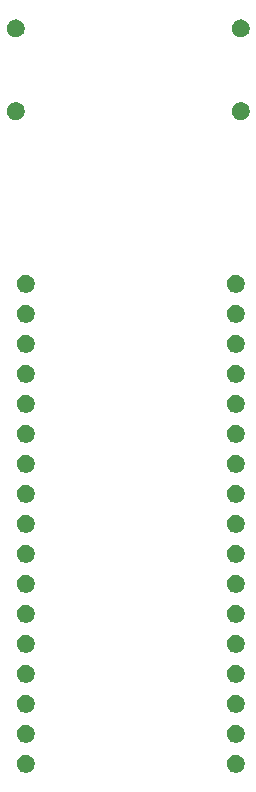
<source format=gbs>
G04 #@! TF.GenerationSoftware,KiCad,Pcbnew,5.0.1-33cea8e~68~ubuntu18.04.1*
G04 #@! TF.CreationDate,2018-10-28T17:00:29+09:00*
G04 #@! TF.ProjectId,pendant,70656E64616E742E6B696361645F7063,rev?*
G04 #@! TF.SameCoordinates,Original*
G04 #@! TF.FileFunction,Soldermask,Bot*
G04 #@! TF.FilePolarity,Negative*
%FSLAX46Y46*%
G04 Gerber Fmt 4.6, Leading zero omitted, Abs format (unit mm)*
G04 Created by KiCad (PCBNEW 5.0.1-33cea8e~68~ubuntu18.04.1) date 2018年10月28日 17時00分29秒*
%MOMM*%
%LPD*%
G01*
G04 APERTURE LIST*
%ADD10C,0.100000*%
G04 APERTURE END LIST*
D10*
G36*
X141988196Y-124352523D02*
X142037268Y-124362284D01*
X142175943Y-124419725D01*
X142300751Y-124503119D01*
X142406883Y-124609251D01*
X142490277Y-124734059D01*
X142547718Y-124872735D01*
X142577001Y-125019949D01*
X142577001Y-125170053D01*
X142547718Y-125317267D01*
X142490277Y-125455943D01*
X142406883Y-125580751D01*
X142300751Y-125686883D01*
X142300748Y-125686885D01*
X142175943Y-125770277D01*
X142037268Y-125827718D01*
X141988196Y-125837479D01*
X141890053Y-125857001D01*
X141739949Y-125857001D01*
X141641806Y-125837479D01*
X141592734Y-125827718D01*
X141454059Y-125770277D01*
X141329254Y-125686885D01*
X141329251Y-125686883D01*
X141223119Y-125580751D01*
X141139725Y-125455943D01*
X141082284Y-125317267D01*
X141053001Y-125170053D01*
X141053001Y-125019949D01*
X141082284Y-124872735D01*
X141139725Y-124734059D01*
X141223119Y-124609251D01*
X141329251Y-124503119D01*
X141454059Y-124419725D01*
X141592734Y-124362284D01*
X141641806Y-124352523D01*
X141739949Y-124333001D01*
X141890053Y-124333001D01*
X141988196Y-124352523D01*
X141988196Y-124352523D01*
G37*
G36*
X124208196Y-124352523D02*
X124257268Y-124362284D01*
X124395943Y-124419725D01*
X124520751Y-124503119D01*
X124626883Y-124609251D01*
X124710277Y-124734059D01*
X124767718Y-124872735D01*
X124797001Y-125019949D01*
X124797001Y-125170053D01*
X124767718Y-125317267D01*
X124710277Y-125455943D01*
X124626883Y-125580751D01*
X124520751Y-125686883D01*
X124520748Y-125686885D01*
X124395943Y-125770277D01*
X124257268Y-125827718D01*
X124208196Y-125837479D01*
X124110053Y-125857001D01*
X123959949Y-125857001D01*
X123861806Y-125837479D01*
X123812734Y-125827718D01*
X123674059Y-125770277D01*
X123549254Y-125686885D01*
X123549251Y-125686883D01*
X123443119Y-125580751D01*
X123359725Y-125455943D01*
X123302284Y-125317267D01*
X123273001Y-125170053D01*
X123273001Y-125019949D01*
X123302284Y-124872735D01*
X123359725Y-124734059D01*
X123443119Y-124609251D01*
X123549251Y-124503119D01*
X123674059Y-124419725D01*
X123812734Y-124362284D01*
X123861806Y-124352523D01*
X123959949Y-124333001D01*
X124110053Y-124333001D01*
X124208196Y-124352523D01*
X124208196Y-124352523D01*
G37*
G36*
X141988196Y-121812523D02*
X142037268Y-121822284D01*
X142175943Y-121879725D01*
X142300751Y-121963119D01*
X142406883Y-122069251D01*
X142490277Y-122194059D01*
X142547718Y-122332735D01*
X142577001Y-122479949D01*
X142577001Y-122630053D01*
X142547718Y-122777267D01*
X142490277Y-122915943D01*
X142406883Y-123040751D01*
X142300751Y-123146883D01*
X142300748Y-123146885D01*
X142175943Y-123230277D01*
X142037268Y-123287718D01*
X141988196Y-123297479D01*
X141890053Y-123317001D01*
X141739949Y-123317001D01*
X141641806Y-123297479D01*
X141592734Y-123287718D01*
X141454059Y-123230277D01*
X141329254Y-123146885D01*
X141329251Y-123146883D01*
X141223119Y-123040751D01*
X141139725Y-122915943D01*
X141082284Y-122777267D01*
X141053001Y-122630053D01*
X141053001Y-122479949D01*
X141082284Y-122332735D01*
X141139725Y-122194059D01*
X141223119Y-122069251D01*
X141329251Y-121963119D01*
X141454059Y-121879725D01*
X141592734Y-121822284D01*
X141641806Y-121812523D01*
X141739949Y-121793001D01*
X141890053Y-121793001D01*
X141988196Y-121812523D01*
X141988196Y-121812523D01*
G37*
G36*
X124208196Y-121812523D02*
X124257268Y-121822284D01*
X124395943Y-121879725D01*
X124520751Y-121963119D01*
X124626883Y-122069251D01*
X124710277Y-122194059D01*
X124767718Y-122332735D01*
X124797001Y-122479949D01*
X124797001Y-122630053D01*
X124767718Y-122777267D01*
X124710277Y-122915943D01*
X124626883Y-123040751D01*
X124520751Y-123146883D01*
X124520748Y-123146885D01*
X124395943Y-123230277D01*
X124257268Y-123287718D01*
X124208196Y-123297479D01*
X124110053Y-123317001D01*
X123959949Y-123317001D01*
X123861806Y-123297479D01*
X123812734Y-123287718D01*
X123674059Y-123230277D01*
X123549254Y-123146885D01*
X123549251Y-123146883D01*
X123443119Y-123040751D01*
X123359725Y-122915943D01*
X123302284Y-122777267D01*
X123273001Y-122630053D01*
X123273001Y-122479949D01*
X123302284Y-122332735D01*
X123359725Y-122194059D01*
X123443119Y-122069251D01*
X123549251Y-121963119D01*
X123674059Y-121879725D01*
X123812734Y-121822284D01*
X123861806Y-121812523D01*
X123959949Y-121793001D01*
X124110053Y-121793001D01*
X124208196Y-121812523D01*
X124208196Y-121812523D01*
G37*
G36*
X141988196Y-119272523D02*
X142037268Y-119282284D01*
X142175943Y-119339725D01*
X142300751Y-119423119D01*
X142406883Y-119529251D01*
X142490277Y-119654059D01*
X142547718Y-119792735D01*
X142577001Y-119939949D01*
X142577001Y-120090053D01*
X142547718Y-120237267D01*
X142490277Y-120375943D01*
X142406883Y-120500751D01*
X142300751Y-120606883D01*
X142300748Y-120606885D01*
X142175943Y-120690277D01*
X142037268Y-120747718D01*
X141988196Y-120757479D01*
X141890053Y-120777001D01*
X141739949Y-120777001D01*
X141641806Y-120757479D01*
X141592734Y-120747718D01*
X141454059Y-120690277D01*
X141329254Y-120606885D01*
X141329251Y-120606883D01*
X141223119Y-120500751D01*
X141139725Y-120375943D01*
X141082284Y-120237267D01*
X141053001Y-120090053D01*
X141053001Y-119939949D01*
X141082284Y-119792735D01*
X141139725Y-119654059D01*
X141223119Y-119529251D01*
X141329251Y-119423119D01*
X141454059Y-119339725D01*
X141592734Y-119282284D01*
X141641806Y-119272523D01*
X141739949Y-119253001D01*
X141890053Y-119253001D01*
X141988196Y-119272523D01*
X141988196Y-119272523D01*
G37*
G36*
X124208196Y-119272523D02*
X124257268Y-119282284D01*
X124395943Y-119339725D01*
X124520751Y-119423119D01*
X124626883Y-119529251D01*
X124710277Y-119654059D01*
X124767718Y-119792735D01*
X124797001Y-119939949D01*
X124797001Y-120090053D01*
X124767718Y-120237267D01*
X124710277Y-120375943D01*
X124626883Y-120500751D01*
X124520751Y-120606883D01*
X124520748Y-120606885D01*
X124395943Y-120690277D01*
X124257268Y-120747718D01*
X124208196Y-120757479D01*
X124110053Y-120777001D01*
X123959949Y-120777001D01*
X123861806Y-120757479D01*
X123812734Y-120747718D01*
X123674059Y-120690277D01*
X123549254Y-120606885D01*
X123549251Y-120606883D01*
X123443119Y-120500751D01*
X123359725Y-120375943D01*
X123302284Y-120237267D01*
X123273001Y-120090053D01*
X123273001Y-119939949D01*
X123302284Y-119792735D01*
X123359725Y-119654059D01*
X123443119Y-119529251D01*
X123549251Y-119423119D01*
X123674059Y-119339725D01*
X123812734Y-119282284D01*
X123861806Y-119272523D01*
X123959949Y-119253001D01*
X124110053Y-119253001D01*
X124208196Y-119272523D01*
X124208196Y-119272523D01*
G37*
G36*
X141988196Y-116732523D02*
X142037268Y-116742284D01*
X142175943Y-116799725D01*
X142300751Y-116883119D01*
X142406883Y-116989251D01*
X142490277Y-117114059D01*
X142547718Y-117252735D01*
X142577001Y-117399949D01*
X142577001Y-117550053D01*
X142547718Y-117697267D01*
X142490277Y-117835943D01*
X142406883Y-117960751D01*
X142300751Y-118066883D01*
X142300748Y-118066885D01*
X142175943Y-118150277D01*
X142037268Y-118207718D01*
X141988196Y-118217479D01*
X141890053Y-118237001D01*
X141739949Y-118237001D01*
X141641806Y-118217479D01*
X141592734Y-118207718D01*
X141454059Y-118150277D01*
X141329254Y-118066885D01*
X141329251Y-118066883D01*
X141223119Y-117960751D01*
X141139725Y-117835943D01*
X141082284Y-117697267D01*
X141053001Y-117550053D01*
X141053001Y-117399949D01*
X141082284Y-117252735D01*
X141139725Y-117114059D01*
X141223119Y-116989251D01*
X141329251Y-116883119D01*
X141454059Y-116799725D01*
X141592734Y-116742284D01*
X141641806Y-116732523D01*
X141739949Y-116713001D01*
X141890053Y-116713001D01*
X141988196Y-116732523D01*
X141988196Y-116732523D01*
G37*
G36*
X124208196Y-116732523D02*
X124257268Y-116742284D01*
X124395943Y-116799725D01*
X124520751Y-116883119D01*
X124626883Y-116989251D01*
X124710277Y-117114059D01*
X124767718Y-117252735D01*
X124797001Y-117399949D01*
X124797001Y-117550053D01*
X124767718Y-117697267D01*
X124710277Y-117835943D01*
X124626883Y-117960751D01*
X124520751Y-118066883D01*
X124520748Y-118066885D01*
X124395943Y-118150277D01*
X124257268Y-118207718D01*
X124208196Y-118217479D01*
X124110053Y-118237001D01*
X123959949Y-118237001D01*
X123861806Y-118217479D01*
X123812734Y-118207718D01*
X123674059Y-118150277D01*
X123549254Y-118066885D01*
X123549251Y-118066883D01*
X123443119Y-117960751D01*
X123359725Y-117835943D01*
X123302284Y-117697267D01*
X123273001Y-117550053D01*
X123273001Y-117399949D01*
X123302284Y-117252735D01*
X123359725Y-117114059D01*
X123443119Y-116989251D01*
X123549251Y-116883119D01*
X123674059Y-116799725D01*
X123812734Y-116742284D01*
X123861806Y-116732523D01*
X123959949Y-116713001D01*
X124110053Y-116713001D01*
X124208196Y-116732523D01*
X124208196Y-116732523D01*
G37*
G36*
X141988196Y-114192523D02*
X142037268Y-114202284D01*
X142175943Y-114259725D01*
X142300751Y-114343119D01*
X142406883Y-114449251D01*
X142490277Y-114574059D01*
X142547718Y-114712735D01*
X142577001Y-114859949D01*
X142577001Y-115010053D01*
X142547718Y-115157267D01*
X142490277Y-115295943D01*
X142406883Y-115420751D01*
X142300751Y-115526883D01*
X142300748Y-115526885D01*
X142175943Y-115610277D01*
X142037268Y-115667718D01*
X141988196Y-115677479D01*
X141890053Y-115697001D01*
X141739949Y-115697001D01*
X141641806Y-115677479D01*
X141592734Y-115667718D01*
X141454059Y-115610277D01*
X141329254Y-115526885D01*
X141329251Y-115526883D01*
X141223119Y-115420751D01*
X141139725Y-115295943D01*
X141082284Y-115157267D01*
X141053001Y-115010053D01*
X141053001Y-114859949D01*
X141082284Y-114712735D01*
X141139725Y-114574059D01*
X141223119Y-114449251D01*
X141329251Y-114343119D01*
X141454059Y-114259725D01*
X141592734Y-114202284D01*
X141641806Y-114192523D01*
X141739949Y-114173001D01*
X141890053Y-114173001D01*
X141988196Y-114192523D01*
X141988196Y-114192523D01*
G37*
G36*
X124208196Y-114192523D02*
X124257268Y-114202284D01*
X124395943Y-114259725D01*
X124520751Y-114343119D01*
X124626883Y-114449251D01*
X124710277Y-114574059D01*
X124767718Y-114712735D01*
X124797001Y-114859949D01*
X124797001Y-115010053D01*
X124767718Y-115157267D01*
X124710277Y-115295943D01*
X124626883Y-115420751D01*
X124520751Y-115526883D01*
X124520748Y-115526885D01*
X124395943Y-115610277D01*
X124257268Y-115667718D01*
X124208196Y-115677479D01*
X124110053Y-115697001D01*
X123959949Y-115697001D01*
X123861806Y-115677479D01*
X123812734Y-115667718D01*
X123674059Y-115610277D01*
X123549254Y-115526885D01*
X123549251Y-115526883D01*
X123443119Y-115420751D01*
X123359725Y-115295943D01*
X123302284Y-115157267D01*
X123273001Y-115010053D01*
X123273001Y-114859949D01*
X123302284Y-114712735D01*
X123359725Y-114574059D01*
X123443119Y-114449251D01*
X123549251Y-114343119D01*
X123674059Y-114259725D01*
X123812734Y-114202284D01*
X123861806Y-114192523D01*
X123959949Y-114173001D01*
X124110053Y-114173001D01*
X124208196Y-114192523D01*
X124208196Y-114192523D01*
G37*
G36*
X141988196Y-111652523D02*
X142037268Y-111662284D01*
X142175943Y-111719725D01*
X142300751Y-111803119D01*
X142406883Y-111909251D01*
X142490277Y-112034059D01*
X142547718Y-112172735D01*
X142577001Y-112319949D01*
X142577001Y-112470053D01*
X142547718Y-112617267D01*
X142490277Y-112755943D01*
X142406883Y-112880751D01*
X142300751Y-112986883D01*
X142300748Y-112986885D01*
X142175943Y-113070277D01*
X142037268Y-113127718D01*
X141988196Y-113137479D01*
X141890053Y-113157001D01*
X141739949Y-113157001D01*
X141641806Y-113137479D01*
X141592734Y-113127718D01*
X141454059Y-113070277D01*
X141329254Y-112986885D01*
X141329251Y-112986883D01*
X141223119Y-112880751D01*
X141139725Y-112755943D01*
X141082284Y-112617267D01*
X141053001Y-112470053D01*
X141053001Y-112319949D01*
X141082284Y-112172735D01*
X141139725Y-112034059D01*
X141223119Y-111909251D01*
X141329251Y-111803119D01*
X141454059Y-111719725D01*
X141592734Y-111662284D01*
X141641806Y-111652523D01*
X141739949Y-111633001D01*
X141890053Y-111633001D01*
X141988196Y-111652523D01*
X141988196Y-111652523D01*
G37*
G36*
X124208196Y-111652523D02*
X124257268Y-111662284D01*
X124395943Y-111719725D01*
X124520751Y-111803119D01*
X124626883Y-111909251D01*
X124710277Y-112034059D01*
X124767718Y-112172735D01*
X124797001Y-112319949D01*
X124797001Y-112470053D01*
X124767718Y-112617267D01*
X124710277Y-112755943D01*
X124626883Y-112880751D01*
X124520751Y-112986883D01*
X124520748Y-112986885D01*
X124395943Y-113070277D01*
X124257268Y-113127718D01*
X124208196Y-113137479D01*
X124110053Y-113157001D01*
X123959949Y-113157001D01*
X123861806Y-113137479D01*
X123812734Y-113127718D01*
X123674059Y-113070277D01*
X123549254Y-112986885D01*
X123549251Y-112986883D01*
X123443119Y-112880751D01*
X123359725Y-112755943D01*
X123302284Y-112617267D01*
X123273001Y-112470053D01*
X123273001Y-112319949D01*
X123302284Y-112172735D01*
X123359725Y-112034059D01*
X123443119Y-111909251D01*
X123549251Y-111803119D01*
X123674059Y-111719725D01*
X123812734Y-111662284D01*
X123861806Y-111652523D01*
X123959949Y-111633001D01*
X124110053Y-111633001D01*
X124208196Y-111652523D01*
X124208196Y-111652523D01*
G37*
G36*
X141988196Y-109112523D02*
X142037268Y-109122284D01*
X142175943Y-109179725D01*
X142300751Y-109263119D01*
X142406883Y-109369251D01*
X142490277Y-109494059D01*
X142547718Y-109632735D01*
X142577001Y-109779949D01*
X142577001Y-109930053D01*
X142547718Y-110077267D01*
X142490277Y-110215943D01*
X142406883Y-110340751D01*
X142300751Y-110446883D01*
X142300748Y-110446885D01*
X142175943Y-110530277D01*
X142037268Y-110587718D01*
X141988196Y-110597479D01*
X141890053Y-110617001D01*
X141739949Y-110617001D01*
X141641806Y-110597479D01*
X141592734Y-110587718D01*
X141454059Y-110530277D01*
X141329254Y-110446885D01*
X141329251Y-110446883D01*
X141223119Y-110340751D01*
X141139725Y-110215943D01*
X141082284Y-110077267D01*
X141053001Y-109930053D01*
X141053001Y-109779949D01*
X141082284Y-109632735D01*
X141139725Y-109494059D01*
X141223119Y-109369251D01*
X141329251Y-109263119D01*
X141454059Y-109179725D01*
X141592734Y-109122284D01*
X141641806Y-109112523D01*
X141739949Y-109093001D01*
X141890053Y-109093001D01*
X141988196Y-109112523D01*
X141988196Y-109112523D01*
G37*
G36*
X124208196Y-109112523D02*
X124257268Y-109122284D01*
X124395943Y-109179725D01*
X124520751Y-109263119D01*
X124626883Y-109369251D01*
X124710277Y-109494059D01*
X124767718Y-109632735D01*
X124797001Y-109779949D01*
X124797001Y-109930053D01*
X124767718Y-110077267D01*
X124710277Y-110215943D01*
X124626883Y-110340751D01*
X124520751Y-110446883D01*
X124520748Y-110446885D01*
X124395943Y-110530277D01*
X124257268Y-110587718D01*
X124208196Y-110597479D01*
X124110053Y-110617001D01*
X123959949Y-110617001D01*
X123861806Y-110597479D01*
X123812734Y-110587718D01*
X123674059Y-110530277D01*
X123549254Y-110446885D01*
X123549251Y-110446883D01*
X123443119Y-110340751D01*
X123359725Y-110215943D01*
X123302284Y-110077267D01*
X123273001Y-109930053D01*
X123273001Y-109779949D01*
X123302284Y-109632735D01*
X123359725Y-109494059D01*
X123443119Y-109369251D01*
X123549251Y-109263119D01*
X123674059Y-109179725D01*
X123812734Y-109122284D01*
X123861806Y-109112523D01*
X123959949Y-109093001D01*
X124110053Y-109093001D01*
X124208196Y-109112523D01*
X124208196Y-109112523D01*
G37*
G36*
X141988196Y-106572523D02*
X142037268Y-106582284D01*
X142175943Y-106639725D01*
X142300751Y-106723119D01*
X142406883Y-106829251D01*
X142490277Y-106954059D01*
X142547718Y-107092735D01*
X142577001Y-107239949D01*
X142577001Y-107390053D01*
X142547718Y-107537267D01*
X142490277Y-107675943D01*
X142406883Y-107800751D01*
X142300751Y-107906883D01*
X142300748Y-107906885D01*
X142175943Y-107990277D01*
X142037268Y-108047718D01*
X141988196Y-108057479D01*
X141890053Y-108077001D01*
X141739949Y-108077001D01*
X141641806Y-108057479D01*
X141592734Y-108047718D01*
X141454059Y-107990277D01*
X141329254Y-107906885D01*
X141329251Y-107906883D01*
X141223119Y-107800751D01*
X141139725Y-107675943D01*
X141082284Y-107537267D01*
X141053001Y-107390053D01*
X141053001Y-107239949D01*
X141082284Y-107092735D01*
X141139725Y-106954059D01*
X141223119Y-106829251D01*
X141329251Y-106723119D01*
X141454059Y-106639725D01*
X141592734Y-106582284D01*
X141641806Y-106572523D01*
X141739949Y-106553001D01*
X141890053Y-106553001D01*
X141988196Y-106572523D01*
X141988196Y-106572523D01*
G37*
G36*
X124208196Y-106572523D02*
X124257268Y-106582284D01*
X124395943Y-106639725D01*
X124520751Y-106723119D01*
X124626883Y-106829251D01*
X124710277Y-106954059D01*
X124767718Y-107092735D01*
X124797001Y-107239949D01*
X124797001Y-107390053D01*
X124767718Y-107537267D01*
X124710277Y-107675943D01*
X124626883Y-107800751D01*
X124520751Y-107906883D01*
X124520748Y-107906885D01*
X124395943Y-107990277D01*
X124257268Y-108047718D01*
X124208196Y-108057479D01*
X124110053Y-108077001D01*
X123959949Y-108077001D01*
X123861806Y-108057479D01*
X123812734Y-108047718D01*
X123674059Y-107990277D01*
X123549254Y-107906885D01*
X123549251Y-107906883D01*
X123443119Y-107800751D01*
X123359725Y-107675943D01*
X123302284Y-107537267D01*
X123273001Y-107390053D01*
X123273001Y-107239949D01*
X123302284Y-107092735D01*
X123359725Y-106954059D01*
X123443119Y-106829251D01*
X123549251Y-106723119D01*
X123674059Y-106639725D01*
X123812734Y-106582284D01*
X123861806Y-106572523D01*
X123959949Y-106553001D01*
X124110053Y-106553001D01*
X124208196Y-106572523D01*
X124208196Y-106572523D01*
G37*
G36*
X124208196Y-104032523D02*
X124257268Y-104042284D01*
X124395943Y-104099725D01*
X124520751Y-104183119D01*
X124626883Y-104289251D01*
X124710277Y-104414059D01*
X124767718Y-104552735D01*
X124797001Y-104699949D01*
X124797001Y-104850053D01*
X124767718Y-104997267D01*
X124710277Y-105135943D01*
X124626883Y-105260751D01*
X124520751Y-105366883D01*
X124520748Y-105366885D01*
X124395943Y-105450277D01*
X124257268Y-105507718D01*
X124208196Y-105517479D01*
X124110053Y-105537001D01*
X123959949Y-105537001D01*
X123861806Y-105517479D01*
X123812734Y-105507718D01*
X123674059Y-105450277D01*
X123549254Y-105366885D01*
X123549251Y-105366883D01*
X123443119Y-105260751D01*
X123359725Y-105135943D01*
X123302284Y-104997267D01*
X123273001Y-104850053D01*
X123273001Y-104699949D01*
X123302284Y-104552735D01*
X123359725Y-104414059D01*
X123443119Y-104289251D01*
X123549251Y-104183119D01*
X123674059Y-104099725D01*
X123812734Y-104042284D01*
X123861806Y-104032523D01*
X123959949Y-104013001D01*
X124110053Y-104013001D01*
X124208196Y-104032523D01*
X124208196Y-104032523D01*
G37*
G36*
X141988196Y-104032523D02*
X142037268Y-104042284D01*
X142175943Y-104099725D01*
X142300751Y-104183119D01*
X142406883Y-104289251D01*
X142490277Y-104414059D01*
X142547718Y-104552735D01*
X142577001Y-104699949D01*
X142577001Y-104850053D01*
X142547718Y-104997267D01*
X142490277Y-105135943D01*
X142406883Y-105260751D01*
X142300751Y-105366883D01*
X142300748Y-105366885D01*
X142175943Y-105450277D01*
X142037268Y-105507718D01*
X141988196Y-105517479D01*
X141890053Y-105537001D01*
X141739949Y-105537001D01*
X141641806Y-105517479D01*
X141592734Y-105507718D01*
X141454059Y-105450277D01*
X141329254Y-105366885D01*
X141329251Y-105366883D01*
X141223119Y-105260751D01*
X141139725Y-105135943D01*
X141082284Y-104997267D01*
X141053001Y-104850053D01*
X141053001Y-104699949D01*
X141082284Y-104552735D01*
X141139725Y-104414059D01*
X141223119Y-104289251D01*
X141329251Y-104183119D01*
X141454059Y-104099725D01*
X141592734Y-104042284D01*
X141641806Y-104032523D01*
X141739949Y-104013001D01*
X141890053Y-104013001D01*
X141988196Y-104032523D01*
X141988196Y-104032523D01*
G37*
G36*
X124208196Y-101492523D02*
X124257268Y-101502284D01*
X124395943Y-101559725D01*
X124520751Y-101643119D01*
X124626883Y-101749251D01*
X124710277Y-101874059D01*
X124767718Y-102012735D01*
X124797001Y-102159949D01*
X124797001Y-102310053D01*
X124767718Y-102457267D01*
X124710277Y-102595943D01*
X124626883Y-102720751D01*
X124520751Y-102826883D01*
X124520748Y-102826885D01*
X124395943Y-102910277D01*
X124257268Y-102967718D01*
X124208196Y-102977479D01*
X124110053Y-102997001D01*
X123959949Y-102997001D01*
X123861806Y-102977479D01*
X123812734Y-102967718D01*
X123674059Y-102910277D01*
X123549254Y-102826885D01*
X123549251Y-102826883D01*
X123443119Y-102720751D01*
X123359725Y-102595943D01*
X123302284Y-102457267D01*
X123273001Y-102310053D01*
X123273001Y-102159949D01*
X123302284Y-102012735D01*
X123359725Y-101874059D01*
X123443119Y-101749251D01*
X123549251Y-101643119D01*
X123674059Y-101559725D01*
X123812734Y-101502284D01*
X123861806Y-101492523D01*
X123959949Y-101473001D01*
X124110053Y-101473001D01*
X124208196Y-101492523D01*
X124208196Y-101492523D01*
G37*
G36*
X141988196Y-101492523D02*
X142037268Y-101502284D01*
X142175943Y-101559725D01*
X142300751Y-101643119D01*
X142406883Y-101749251D01*
X142490277Y-101874059D01*
X142547718Y-102012735D01*
X142577001Y-102159949D01*
X142577001Y-102310053D01*
X142547718Y-102457267D01*
X142490277Y-102595943D01*
X142406883Y-102720751D01*
X142300751Y-102826883D01*
X142300748Y-102826885D01*
X142175943Y-102910277D01*
X142037268Y-102967718D01*
X141988196Y-102977479D01*
X141890053Y-102997001D01*
X141739949Y-102997001D01*
X141641806Y-102977479D01*
X141592734Y-102967718D01*
X141454059Y-102910277D01*
X141329254Y-102826885D01*
X141329251Y-102826883D01*
X141223119Y-102720751D01*
X141139725Y-102595943D01*
X141082284Y-102457267D01*
X141053001Y-102310053D01*
X141053001Y-102159949D01*
X141082284Y-102012735D01*
X141139725Y-101874059D01*
X141223119Y-101749251D01*
X141329251Y-101643119D01*
X141454059Y-101559725D01*
X141592734Y-101502284D01*
X141641806Y-101492523D01*
X141739949Y-101473001D01*
X141890053Y-101473001D01*
X141988196Y-101492523D01*
X141988196Y-101492523D01*
G37*
G36*
X124208196Y-98952523D02*
X124257268Y-98962284D01*
X124395943Y-99019725D01*
X124520751Y-99103119D01*
X124626883Y-99209251D01*
X124710277Y-99334059D01*
X124767718Y-99472735D01*
X124797001Y-99619949D01*
X124797001Y-99770053D01*
X124767718Y-99917267D01*
X124710277Y-100055943D01*
X124626883Y-100180751D01*
X124520751Y-100286883D01*
X124520748Y-100286885D01*
X124395943Y-100370277D01*
X124257268Y-100427718D01*
X124208196Y-100437479D01*
X124110053Y-100457001D01*
X123959949Y-100457001D01*
X123861806Y-100437479D01*
X123812734Y-100427718D01*
X123674059Y-100370277D01*
X123549254Y-100286885D01*
X123549251Y-100286883D01*
X123443119Y-100180751D01*
X123359725Y-100055943D01*
X123302284Y-99917267D01*
X123273001Y-99770053D01*
X123273001Y-99619949D01*
X123302284Y-99472735D01*
X123359725Y-99334059D01*
X123443119Y-99209251D01*
X123549251Y-99103119D01*
X123674059Y-99019725D01*
X123812734Y-98962284D01*
X123861806Y-98952523D01*
X123959949Y-98933001D01*
X124110053Y-98933001D01*
X124208196Y-98952523D01*
X124208196Y-98952523D01*
G37*
G36*
X141988196Y-98952523D02*
X142037268Y-98962284D01*
X142175943Y-99019725D01*
X142300751Y-99103119D01*
X142406883Y-99209251D01*
X142490277Y-99334059D01*
X142547718Y-99472735D01*
X142577001Y-99619949D01*
X142577001Y-99770053D01*
X142547718Y-99917267D01*
X142490277Y-100055943D01*
X142406883Y-100180751D01*
X142300751Y-100286883D01*
X142300748Y-100286885D01*
X142175943Y-100370277D01*
X142037268Y-100427718D01*
X141988196Y-100437479D01*
X141890053Y-100457001D01*
X141739949Y-100457001D01*
X141641806Y-100437479D01*
X141592734Y-100427718D01*
X141454059Y-100370277D01*
X141329254Y-100286885D01*
X141329251Y-100286883D01*
X141223119Y-100180751D01*
X141139725Y-100055943D01*
X141082284Y-99917267D01*
X141053001Y-99770053D01*
X141053001Y-99619949D01*
X141082284Y-99472735D01*
X141139725Y-99334059D01*
X141223119Y-99209251D01*
X141329251Y-99103119D01*
X141454059Y-99019725D01*
X141592734Y-98962284D01*
X141641806Y-98952523D01*
X141739949Y-98933001D01*
X141890053Y-98933001D01*
X141988196Y-98952523D01*
X141988196Y-98952523D01*
G37*
G36*
X124208196Y-96412523D02*
X124257268Y-96422284D01*
X124395943Y-96479725D01*
X124520751Y-96563119D01*
X124626883Y-96669251D01*
X124710277Y-96794059D01*
X124767718Y-96932735D01*
X124797001Y-97079949D01*
X124797001Y-97230053D01*
X124767718Y-97377267D01*
X124710277Y-97515943D01*
X124626883Y-97640751D01*
X124520751Y-97746883D01*
X124520748Y-97746885D01*
X124395943Y-97830277D01*
X124257268Y-97887718D01*
X124208196Y-97897479D01*
X124110053Y-97917001D01*
X123959949Y-97917001D01*
X123861806Y-97897479D01*
X123812734Y-97887718D01*
X123674059Y-97830277D01*
X123549254Y-97746885D01*
X123549251Y-97746883D01*
X123443119Y-97640751D01*
X123359725Y-97515943D01*
X123302284Y-97377267D01*
X123273001Y-97230053D01*
X123273001Y-97079949D01*
X123302284Y-96932735D01*
X123359725Y-96794059D01*
X123443119Y-96669251D01*
X123549251Y-96563119D01*
X123674059Y-96479725D01*
X123812734Y-96422284D01*
X123861806Y-96412523D01*
X123959949Y-96393001D01*
X124110053Y-96393001D01*
X124208196Y-96412523D01*
X124208196Y-96412523D01*
G37*
G36*
X141988196Y-96412523D02*
X142037268Y-96422284D01*
X142175943Y-96479725D01*
X142300751Y-96563119D01*
X142406883Y-96669251D01*
X142490277Y-96794059D01*
X142547718Y-96932735D01*
X142577001Y-97079949D01*
X142577001Y-97230053D01*
X142547718Y-97377267D01*
X142490277Y-97515943D01*
X142406883Y-97640751D01*
X142300751Y-97746883D01*
X142300748Y-97746885D01*
X142175943Y-97830277D01*
X142037268Y-97887718D01*
X141988196Y-97897479D01*
X141890053Y-97917001D01*
X141739949Y-97917001D01*
X141641806Y-97897479D01*
X141592734Y-97887718D01*
X141454059Y-97830277D01*
X141329254Y-97746885D01*
X141329251Y-97746883D01*
X141223119Y-97640751D01*
X141139725Y-97515943D01*
X141082284Y-97377267D01*
X141053001Y-97230053D01*
X141053001Y-97079949D01*
X141082284Y-96932735D01*
X141139725Y-96794059D01*
X141223119Y-96669251D01*
X141329251Y-96563119D01*
X141454059Y-96479725D01*
X141592734Y-96422284D01*
X141641806Y-96412523D01*
X141739949Y-96393001D01*
X141890053Y-96393001D01*
X141988196Y-96412523D01*
X141988196Y-96412523D01*
G37*
G36*
X124208196Y-93872523D02*
X124257268Y-93882284D01*
X124395943Y-93939725D01*
X124520751Y-94023119D01*
X124626883Y-94129251D01*
X124710277Y-94254059D01*
X124767718Y-94392735D01*
X124797001Y-94539949D01*
X124797001Y-94690053D01*
X124767718Y-94837267D01*
X124710277Y-94975943D01*
X124626883Y-95100751D01*
X124520751Y-95206883D01*
X124520748Y-95206885D01*
X124395943Y-95290277D01*
X124257268Y-95347718D01*
X124208196Y-95357479D01*
X124110053Y-95377001D01*
X123959949Y-95377001D01*
X123861806Y-95357479D01*
X123812734Y-95347718D01*
X123674059Y-95290277D01*
X123549254Y-95206885D01*
X123549251Y-95206883D01*
X123443119Y-95100751D01*
X123359725Y-94975943D01*
X123302284Y-94837267D01*
X123273001Y-94690053D01*
X123273001Y-94539949D01*
X123302284Y-94392735D01*
X123359725Y-94254059D01*
X123443119Y-94129251D01*
X123549251Y-94023119D01*
X123674059Y-93939725D01*
X123812734Y-93882284D01*
X123861806Y-93872523D01*
X123959949Y-93853001D01*
X124110053Y-93853001D01*
X124208196Y-93872523D01*
X124208196Y-93872523D01*
G37*
G36*
X141988196Y-93872523D02*
X142037268Y-93882284D01*
X142175943Y-93939725D01*
X142300751Y-94023119D01*
X142406883Y-94129251D01*
X142490277Y-94254059D01*
X142547718Y-94392735D01*
X142577001Y-94539949D01*
X142577001Y-94690053D01*
X142547718Y-94837267D01*
X142490277Y-94975943D01*
X142406883Y-95100751D01*
X142300751Y-95206883D01*
X142300748Y-95206885D01*
X142175943Y-95290277D01*
X142037268Y-95347718D01*
X141988196Y-95357479D01*
X141890053Y-95377001D01*
X141739949Y-95377001D01*
X141641806Y-95357479D01*
X141592734Y-95347718D01*
X141454059Y-95290277D01*
X141329254Y-95206885D01*
X141329251Y-95206883D01*
X141223119Y-95100751D01*
X141139725Y-94975943D01*
X141082284Y-94837267D01*
X141053001Y-94690053D01*
X141053001Y-94539949D01*
X141082284Y-94392735D01*
X141139725Y-94254059D01*
X141223119Y-94129251D01*
X141329251Y-94023119D01*
X141454059Y-93939725D01*
X141592734Y-93882284D01*
X141641806Y-93872523D01*
X141739949Y-93853001D01*
X141890053Y-93853001D01*
X141988196Y-93872523D01*
X141988196Y-93872523D01*
G37*
G36*
X124208196Y-91332523D02*
X124257268Y-91342284D01*
X124395943Y-91399725D01*
X124520751Y-91483119D01*
X124626883Y-91589251D01*
X124710277Y-91714059D01*
X124767718Y-91852735D01*
X124797001Y-91999949D01*
X124797001Y-92150053D01*
X124767718Y-92297267D01*
X124710277Y-92435943D01*
X124626883Y-92560751D01*
X124520751Y-92666883D01*
X124520748Y-92666885D01*
X124395943Y-92750277D01*
X124257268Y-92807718D01*
X124208196Y-92817479D01*
X124110053Y-92837001D01*
X123959949Y-92837001D01*
X123861806Y-92817479D01*
X123812734Y-92807718D01*
X123674059Y-92750277D01*
X123549254Y-92666885D01*
X123549251Y-92666883D01*
X123443119Y-92560751D01*
X123359725Y-92435943D01*
X123302284Y-92297267D01*
X123273001Y-92150053D01*
X123273001Y-91999949D01*
X123302284Y-91852735D01*
X123359725Y-91714059D01*
X123443119Y-91589251D01*
X123549251Y-91483119D01*
X123674059Y-91399725D01*
X123812734Y-91342284D01*
X123861806Y-91332523D01*
X123959949Y-91313001D01*
X124110053Y-91313001D01*
X124208196Y-91332523D01*
X124208196Y-91332523D01*
G37*
G36*
X141988196Y-91332523D02*
X142037268Y-91342284D01*
X142175943Y-91399725D01*
X142300751Y-91483119D01*
X142406883Y-91589251D01*
X142490277Y-91714059D01*
X142547718Y-91852735D01*
X142577001Y-91999949D01*
X142577001Y-92150053D01*
X142547718Y-92297267D01*
X142490277Y-92435943D01*
X142406883Y-92560751D01*
X142300751Y-92666883D01*
X142300748Y-92666885D01*
X142175943Y-92750277D01*
X142037268Y-92807718D01*
X141988196Y-92817479D01*
X141890053Y-92837001D01*
X141739949Y-92837001D01*
X141641806Y-92817479D01*
X141592734Y-92807718D01*
X141454059Y-92750277D01*
X141329254Y-92666885D01*
X141329251Y-92666883D01*
X141223119Y-92560751D01*
X141139725Y-92435943D01*
X141082284Y-92297267D01*
X141053001Y-92150053D01*
X141053001Y-91999949D01*
X141082284Y-91852735D01*
X141139725Y-91714059D01*
X141223119Y-91589251D01*
X141329251Y-91483119D01*
X141454059Y-91399725D01*
X141592734Y-91342284D01*
X141641806Y-91332523D01*
X141739949Y-91313001D01*
X141890053Y-91313001D01*
X141988196Y-91332523D01*
X141988196Y-91332523D01*
G37*
G36*
X124208196Y-88792523D02*
X124257268Y-88802284D01*
X124395943Y-88859725D01*
X124520751Y-88943119D01*
X124626883Y-89049251D01*
X124710277Y-89174059D01*
X124767718Y-89312735D01*
X124797001Y-89459949D01*
X124797001Y-89610053D01*
X124767718Y-89757267D01*
X124710277Y-89895943D01*
X124626883Y-90020751D01*
X124520751Y-90126883D01*
X124520748Y-90126885D01*
X124395943Y-90210277D01*
X124257268Y-90267718D01*
X124208196Y-90277479D01*
X124110053Y-90297001D01*
X123959949Y-90297001D01*
X123861806Y-90277479D01*
X123812734Y-90267718D01*
X123674059Y-90210277D01*
X123549254Y-90126885D01*
X123549251Y-90126883D01*
X123443119Y-90020751D01*
X123359725Y-89895943D01*
X123302284Y-89757267D01*
X123273001Y-89610053D01*
X123273001Y-89459949D01*
X123302284Y-89312735D01*
X123359725Y-89174059D01*
X123443119Y-89049251D01*
X123549251Y-88943119D01*
X123674059Y-88859725D01*
X123812734Y-88802284D01*
X123861806Y-88792523D01*
X123959949Y-88773001D01*
X124110053Y-88773001D01*
X124208196Y-88792523D01*
X124208196Y-88792523D01*
G37*
G36*
X141988196Y-88792523D02*
X142037268Y-88802284D01*
X142175943Y-88859725D01*
X142300751Y-88943119D01*
X142406883Y-89049251D01*
X142490277Y-89174059D01*
X142547718Y-89312735D01*
X142577001Y-89459949D01*
X142577001Y-89610053D01*
X142547718Y-89757267D01*
X142490277Y-89895943D01*
X142406883Y-90020751D01*
X142300751Y-90126883D01*
X142300748Y-90126885D01*
X142175943Y-90210277D01*
X142037268Y-90267718D01*
X141988196Y-90277479D01*
X141890053Y-90297001D01*
X141739949Y-90297001D01*
X141641806Y-90277479D01*
X141592734Y-90267718D01*
X141454059Y-90210277D01*
X141329254Y-90126885D01*
X141329251Y-90126883D01*
X141223119Y-90020751D01*
X141139725Y-89895943D01*
X141082284Y-89757267D01*
X141053001Y-89610053D01*
X141053001Y-89459949D01*
X141082284Y-89312735D01*
X141139725Y-89174059D01*
X141223119Y-89049251D01*
X141329251Y-88943119D01*
X141454059Y-88859725D01*
X141592734Y-88802284D01*
X141641806Y-88792523D01*
X141739949Y-88773001D01*
X141890053Y-88773001D01*
X141988196Y-88792523D01*
X141988196Y-88792523D01*
G37*
G36*
X124208196Y-86252523D02*
X124257268Y-86262284D01*
X124395943Y-86319725D01*
X124520751Y-86403119D01*
X124626883Y-86509251D01*
X124710277Y-86634059D01*
X124767718Y-86772735D01*
X124797001Y-86919949D01*
X124797001Y-87070053D01*
X124767718Y-87217267D01*
X124710277Y-87355943D01*
X124626883Y-87480751D01*
X124520751Y-87586883D01*
X124520748Y-87586885D01*
X124395943Y-87670277D01*
X124257268Y-87727718D01*
X124208196Y-87737479D01*
X124110053Y-87757001D01*
X123959949Y-87757001D01*
X123861806Y-87737479D01*
X123812734Y-87727718D01*
X123674059Y-87670277D01*
X123549254Y-87586885D01*
X123549251Y-87586883D01*
X123443119Y-87480751D01*
X123359725Y-87355943D01*
X123302284Y-87217267D01*
X123273001Y-87070053D01*
X123273001Y-86919949D01*
X123302284Y-86772735D01*
X123359725Y-86634059D01*
X123443119Y-86509251D01*
X123549251Y-86403119D01*
X123674059Y-86319725D01*
X123812734Y-86262284D01*
X123861806Y-86252523D01*
X123959949Y-86233001D01*
X124110053Y-86233001D01*
X124208196Y-86252523D01*
X124208196Y-86252523D01*
G37*
G36*
X141988196Y-86252523D02*
X142037268Y-86262284D01*
X142175943Y-86319725D01*
X142300751Y-86403119D01*
X142406883Y-86509251D01*
X142490277Y-86634059D01*
X142547718Y-86772735D01*
X142577001Y-86919949D01*
X142577001Y-87070053D01*
X142547718Y-87217267D01*
X142490277Y-87355943D01*
X142406883Y-87480751D01*
X142300751Y-87586883D01*
X142300748Y-87586885D01*
X142175943Y-87670277D01*
X142037268Y-87727718D01*
X141988196Y-87737479D01*
X141890053Y-87757001D01*
X141739949Y-87757001D01*
X141641806Y-87737479D01*
X141592734Y-87727718D01*
X141454059Y-87670277D01*
X141329254Y-87586885D01*
X141329251Y-87586883D01*
X141223119Y-87480751D01*
X141139725Y-87355943D01*
X141082284Y-87217267D01*
X141053001Y-87070053D01*
X141053001Y-86919949D01*
X141082284Y-86772735D01*
X141139725Y-86634059D01*
X141223119Y-86509251D01*
X141329251Y-86403119D01*
X141454059Y-86319725D01*
X141592734Y-86262284D01*
X141641806Y-86252523D01*
X141739949Y-86233001D01*
X141890053Y-86233001D01*
X141988196Y-86252523D01*
X141988196Y-86252523D01*
G37*
G36*
X141988196Y-83712523D02*
X142037268Y-83722284D01*
X142175943Y-83779725D01*
X142300751Y-83863119D01*
X142406883Y-83969251D01*
X142490277Y-84094059D01*
X142547718Y-84232735D01*
X142577001Y-84379949D01*
X142577001Y-84530053D01*
X142547718Y-84677267D01*
X142490277Y-84815943D01*
X142406883Y-84940751D01*
X142300751Y-85046883D01*
X142300748Y-85046885D01*
X142175943Y-85130277D01*
X142037268Y-85187718D01*
X141988196Y-85197479D01*
X141890053Y-85217001D01*
X141739949Y-85217001D01*
X141641806Y-85197479D01*
X141592734Y-85187718D01*
X141454059Y-85130277D01*
X141329254Y-85046885D01*
X141329251Y-85046883D01*
X141223119Y-84940751D01*
X141139725Y-84815943D01*
X141082284Y-84677267D01*
X141053001Y-84530053D01*
X141053001Y-84379949D01*
X141082284Y-84232735D01*
X141139725Y-84094059D01*
X141223119Y-83969251D01*
X141329251Y-83863119D01*
X141454059Y-83779725D01*
X141592734Y-83722284D01*
X141641806Y-83712523D01*
X141739949Y-83693001D01*
X141890053Y-83693001D01*
X141988196Y-83712523D01*
X141988196Y-83712523D01*
G37*
G36*
X124208196Y-83712523D02*
X124257268Y-83722284D01*
X124395943Y-83779725D01*
X124520751Y-83863119D01*
X124626883Y-83969251D01*
X124710277Y-84094059D01*
X124767718Y-84232735D01*
X124797001Y-84379949D01*
X124797001Y-84530053D01*
X124767718Y-84677267D01*
X124710277Y-84815943D01*
X124626883Y-84940751D01*
X124520751Y-85046883D01*
X124520748Y-85046885D01*
X124395943Y-85130277D01*
X124257268Y-85187718D01*
X124208196Y-85197479D01*
X124110053Y-85217001D01*
X123959949Y-85217001D01*
X123861806Y-85197479D01*
X123812734Y-85187718D01*
X123674059Y-85130277D01*
X123549254Y-85046885D01*
X123549251Y-85046883D01*
X123443119Y-84940751D01*
X123359725Y-84815943D01*
X123302284Y-84677267D01*
X123273001Y-84530053D01*
X123273001Y-84379949D01*
X123302284Y-84232735D01*
X123359725Y-84094059D01*
X123443119Y-83969251D01*
X123549251Y-83863119D01*
X123674059Y-83779725D01*
X123812734Y-83722284D01*
X123861806Y-83712523D01*
X123959949Y-83693001D01*
X124110053Y-83693001D01*
X124208196Y-83712523D01*
X124208196Y-83712523D01*
G37*
G36*
X142413195Y-69117522D02*
X142462267Y-69127283D01*
X142600942Y-69184724D01*
X142725750Y-69268118D01*
X142831882Y-69374250D01*
X142915276Y-69499058D01*
X142972717Y-69637734D01*
X143002000Y-69784948D01*
X143002000Y-69935052D01*
X142972717Y-70082266D01*
X142915276Y-70220942D01*
X142831882Y-70345750D01*
X142725750Y-70451882D01*
X142725747Y-70451884D01*
X142600942Y-70535276D01*
X142462267Y-70592717D01*
X142413195Y-70602478D01*
X142315052Y-70622000D01*
X142164948Y-70622000D01*
X142066805Y-70602478D01*
X142017733Y-70592717D01*
X141879058Y-70535276D01*
X141754253Y-70451884D01*
X141754250Y-70451882D01*
X141648118Y-70345750D01*
X141564724Y-70220942D01*
X141507283Y-70082266D01*
X141478000Y-69935052D01*
X141478000Y-69784948D01*
X141507283Y-69637734D01*
X141564724Y-69499058D01*
X141648118Y-69374250D01*
X141754250Y-69268118D01*
X141879058Y-69184724D01*
X142017733Y-69127283D01*
X142066805Y-69117522D01*
X142164948Y-69098000D01*
X142315052Y-69098000D01*
X142413195Y-69117522D01*
X142413195Y-69117522D01*
G37*
G36*
X123363195Y-69117522D02*
X123412267Y-69127283D01*
X123550942Y-69184724D01*
X123675750Y-69268118D01*
X123781882Y-69374250D01*
X123865276Y-69499058D01*
X123922717Y-69637734D01*
X123952000Y-69784948D01*
X123952000Y-69935052D01*
X123922717Y-70082266D01*
X123865276Y-70220942D01*
X123781882Y-70345750D01*
X123675750Y-70451882D01*
X123675747Y-70451884D01*
X123550942Y-70535276D01*
X123412267Y-70592717D01*
X123363195Y-70602478D01*
X123265052Y-70622000D01*
X123114948Y-70622000D01*
X123016805Y-70602478D01*
X122967733Y-70592717D01*
X122829058Y-70535276D01*
X122704253Y-70451884D01*
X122704250Y-70451882D01*
X122598118Y-70345750D01*
X122514724Y-70220942D01*
X122457283Y-70082266D01*
X122428000Y-69935052D01*
X122428000Y-69784948D01*
X122457283Y-69637734D01*
X122514724Y-69499058D01*
X122598118Y-69374250D01*
X122704250Y-69268118D01*
X122829058Y-69184724D01*
X122967733Y-69127283D01*
X123016805Y-69117522D01*
X123114948Y-69098000D01*
X123265052Y-69098000D01*
X123363195Y-69117522D01*
X123363195Y-69117522D01*
G37*
G36*
X142413195Y-62117522D02*
X142462267Y-62127283D01*
X142600942Y-62184724D01*
X142725750Y-62268118D01*
X142831882Y-62374250D01*
X142915276Y-62499058D01*
X142972717Y-62637734D01*
X143002000Y-62784948D01*
X143002000Y-62935052D01*
X142972717Y-63082266D01*
X142915276Y-63220942D01*
X142831882Y-63345750D01*
X142725750Y-63451882D01*
X142725747Y-63451884D01*
X142600942Y-63535276D01*
X142462267Y-63592717D01*
X142413195Y-63602478D01*
X142315052Y-63622000D01*
X142164948Y-63622000D01*
X142066805Y-63602478D01*
X142017733Y-63592717D01*
X141879058Y-63535276D01*
X141754253Y-63451884D01*
X141754250Y-63451882D01*
X141648118Y-63345750D01*
X141564724Y-63220942D01*
X141507283Y-63082266D01*
X141478000Y-62935052D01*
X141478000Y-62784948D01*
X141507283Y-62637734D01*
X141564724Y-62499058D01*
X141648118Y-62374250D01*
X141754250Y-62268118D01*
X141879058Y-62184724D01*
X142017733Y-62127283D01*
X142066805Y-62117522D01*
X142164948Y-62098000D01*
X142315052Y-62098000D01*
X142413195Y-62117522D01*
X142413195Y-62117522D01*
G37*
G36*
X123363195Y-62117522D02*
X123412267Y-62127283D01*
X123550942Y-62184724D01*
X123675750Y-62268118D01*
X123781882Y-62374250D01*
X123865276Y-62499058D01*
X123922717Y-62637734D01*
X123952000Y-62784948D01*
X123952000Y-62935052D01*
X123922717Y-63082266D01*
X123865276Y-63220942D01*
X123781882Y-63345750D01*
X123675750Y-63451882D01*
X123675747Y-63451884D01*
X123550942Y-63535276D01*
X123412267Y-63592717D01*
X123363195Y-63602478D01*
X123265052Y-63622000D01*
X123114948Y-63622000D01*
X123016805Y-63602478D01*
X122967733Y-63592717D01*
X122829058Y-63535276D01*
X122704253Y-63451884D01*
X122704250Y-63451882D01*
X122598118Y-63345750D01*
X122514724Y-63220942D01*
X122457283Y-63082266D01*
X122428000Y-62935052D01*
X122428000Y-62784948D01*
X122457283Y-62637734D01*
X122514724Y-62499058D01*
X122598118Y-62374250D01*
X122704250Y-62268118D01*
X122829058Y-62184724D01*
X122967733Y-62127283D01*
X123016805Y-62117522D01*
X123114948Y-62098000D01*
X123265052Y-62098000D01*
X123363195Y-62117522D01*
X123363195Y-62117522D01*
G37*
M02*

</source>
